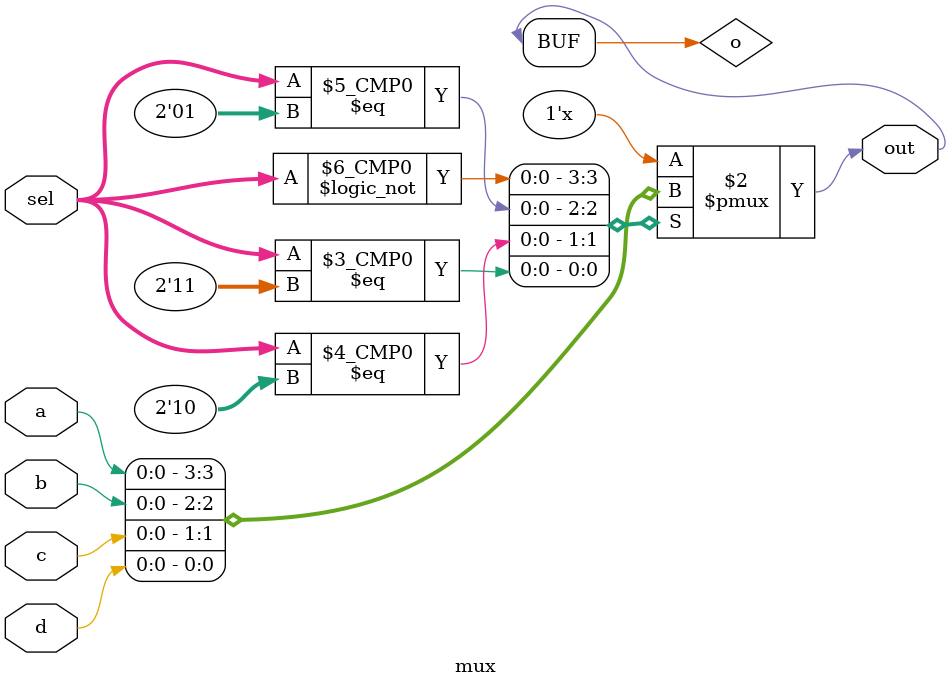
<source format=v>
`timescale 1ns / 1ps

module mux(
        output out,
        input  a, b, c, d,
        input[1:0] sel
    );
    reg o;
    always@(*) begin
        case(sel)
            2'b00: o = a;
            2'b01: o = b;
            2'b10: o = c;
            2'b11: o = d;
            default: o = 0;
        endcase
    end
    
    assign out = o;
    
endmodule

</source>
